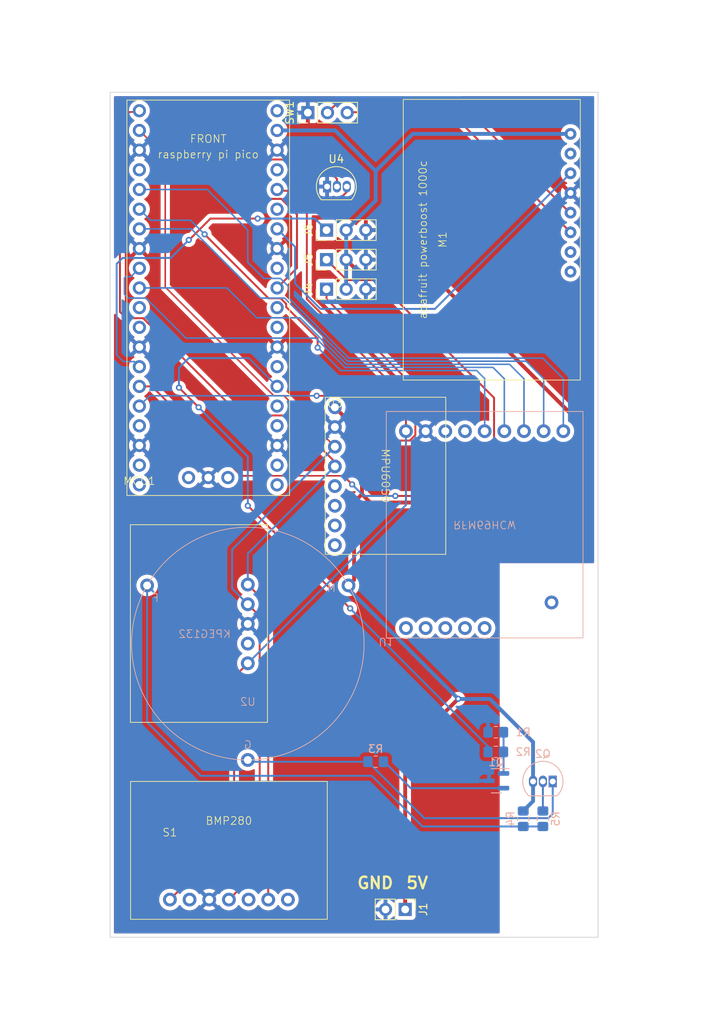
<source format=kicad_pcb>
(kicad_pcb (version 20221018) (generator pcbnew)
  (layers (0 "F.Cu" signal) (31 "B.Cu" signal) (34 "B.Paste" user) (35 "F.Paste" user) (36 "B.SilkS" user "B.Silkscreen") (37 "F.SilkS" user "F.Silkscreen") (38 "B.Mask" user) (39 "F.Mask" user) (44 "Edge.Cuts" user))
  (net 0 "")
  (net 1 "/SERVO/SERVO 1")
  (net 2 "+5V")
  (net 3 "GND")
  (net 4 "/SERVO/SERVO 2")
  (net 5 "/SERVO/SERVO 3")
  (net 8 "VS_PB")
  (net 9 "EN_PB")
  (net 10 "LBO_PB")
  (net 17 "MOSI")
  (net 18 "MISO")
  (net 19 "CS")
  (net 20 "SCK")
  (net 21 "RST")
  (net 23 "I2C0 SCL")
  (net 24 "I2C0 SDA")
  (net 29 "/buzzer")
  (net 33 "TMP1")
  (net 36 "+3V3")
  (net 41 "Net-(Q1-G)")
  (net 42 "Net-(Q1-S)")
  (net 43 "Net-(Q2-E)")
  (net 44 "Net-(Q2-B)")
  (net 45 "Net-(U2-F)")
  (footprint "Connector_PinHeader_2.54mm:PinHeader_1x03_P2.54mm_Vertical" (layer "F.Cu") (at 151.53 42.63 90)
    (fp_text reference "SW1" (at 0 -2.33 90) (layer "F.SilkS"))
    (fp_text value "SW_DPDT_x2")
    (fp_line (start -1.33 -1.33) (end 0 -1.33) (stroke (width 0.12)) (layer "F.SilkS"))
    (fp_line (start -1.33 0) (end -1.33 -1.33) (stroke (width 0.12)) (layer "F.SilkS"))
    (fp_line (start -1.33 1.27) (end -1.33 6.41) (stroke (width 0.12)) (layer "F.SilkS"))
    (fp_line (start -1.33 1.27) (end 1.33 1.27) (stroke (width 0.12)) (layer "F.SilkS"))
    (fp_line (start -1.33 6.41) (end 1.33 6.41) (stroke (width 0.12)) (layer "F.SilkS"))
    (fp_line (start 1.33 1.27) (end 1.33 6.41) (stroke (width 0.12)) (layer "F.SilkS"))
    (pad "1" thru_hole rect (at 0 0 90) (size 1.7 1.7) (drill 1) (layers "*.Cu" "*.Mask") (net 3 "GND"))
    (pad "2" thru_hole oval (at 0 2.54 90) (size 1.7 1.7) (drill 1) (layers "*.Cu" "*.Mask") (net 9 "EN_PB"))
    (pad "3" thru_hole oval (at 0 5.08 90) (size 1.7 1.7) (drill 1) (layers "*.Cu" "*.Mask") (net 8 "VS_PB"))
  )
  (footprint "Connector_PinHeader_2.54mm:PinHeader_1x03_P2.54mm_Vertical" (layer "F.Cu") (at 153.939999 61.59 90)
    (fp_text reference "J5" (at 0 -2.33 90) (layer "F.SilkS"))
    (fp_text value "Conn_01x03_Pin")
    (fp_line (start -1.33 -1.33) (end 0 -1.33) (stroke (width 0.12)) (layer "F.SilkS"))
    (fp_line (start -1.33 0) (end -1.33 -1.33) (stroke (width 0.12)) (layer "F.SilkS"))
    (fp_line (start -1.33 1.27) (end -1.33 6.41) (stroke (width 0.12)) (layer "F.SilkS"))
    (fp_line (start -1.33 1.27) (end 1.33 1.27) (stroke (width 0.12)) (layer "F.SilkS"))
    (fp_line (start -1.33 6.41) (end 1.33 6.41) (stroke (width 0.12)) (layer "F.SilkS"))
    (fp_line (start 1.33 1.27) (end 1.33 6.41) (stroke (width 0.12)) (layer "F.SilkS"))
    (pad "1" thru_hole rect (at 0 0 90) (size 1.7 1.7) (drill 1) (layers "*.Cu" "*.Mask") (net 4 "/SERVO/SERVO 2"))
    (pad "2" thru_hole oval (at 0 2.54 90) (size 1.7 1.7) (drill 1) (layers "*.Cu" "*.Mask") (net 2 "+5V"))
    (pad "3" thru_hole oval (at 0 5.08 90) (size 1.7 1.7) (drill 1) (layers "*.Cu" "*.Mask") (net 3 "GND"))
  )
  (footprint "Connector_PinHeader_2.54mm:PinHeader_1x02_P2.54mm_Vertical" (layer "F.Cu") (at 164.1 145.41 -90)
    (fp_text reference "J1" (at 0 -2.33 90) (layer "F.SilkS"))
    (fp_text value "Conn_01x02_Pin" hide)
    (fp_line (start -1.33 -1.33) (end 0 -1.33) (stroke (width 0.12)) (layer "F.SilkS"))
    (fp_line (start -1.33 0) (end -1.33 -1.33) (stroke (width 0.12)) (layer "F.SilkS"))
    (fp_line (start -1.33 1.27) (end -1.33 3.87) (stroke (width 0.12)) (layer "F.SilkS"))
    (fp_line (start -1.33 1.27) (end 1.33 1.27) (stroke (width 0.12)) (layer "F.SilkS"))
    (fp_line (start -1.33 3.87) (end 1.33 3.87) (stroke (width 0.12)) (layer "F.SilkS"))
    (fp_line (start 1.33 1.27) (end 1.33 3.87) (stroke (width 0.12)) (layer "F.SilkS"))
    (pad "1" thru_hole rect (at 0 0 270) (size 1.7 1.7) (drill 1) (layers "*.Cu" "*.Mask") (net 2 "+5V"))
    (pad "2" thru_hole oval (at 0 2.54 270) (size 1.7 1.7) (drill 1) (layers "*.Cu" "*.Mask") (net 3 "GND"))
  )
  (footprint "CanSat:raspberry pi pico" (layer "F.Cu") (at 129.78 90.64)
    (fp_text reference "MCU1" (at 0 -0.5 unlocked) (layer "F.SilkS") (effects (font (thickness 0.1))))
    (fp_text value "~")
    (fp_text user "raspberry pi pico" (at 8.89 -42.63 unlocked) (layer "F.SilkS") (effects (font (thickness 0.1))))
    (fp_text user "FRONT" (at 8.89 -44.63 unlocked) (layer "F.SilkS") (effects (font (thickness 0.1))))
    (fp_line (start -1.61 -49.63) (end 19.39 -49.63) (stroke (width 0.1)) (layer "F.SilkS"))
    (fp_line (start -1.61 1.37) (end -1.61 -49.63) (stroke (width 0.1)) (layer "F.SilkS"))
    (fp_line (start 19.39 -49.63) (end 19.39 1.37) (stroke (width 0.1)) (layer "F.SilkS"))
    (fp_line (start 19.39 1.37) (end -1.61 1.37) (stroke (width 0.1)) (layer "F.SilkS"))
    (pad "1" thru_hole circle (at 0 0) (size 1.7 1.7) (drill 1) (layers "*.Cu" "*.Mask"))
    (pad "2" thru_hole circle (at 0 -2.54) (size 1.7 1.7) (drill 1) (layers "*.Cu" "*.Mask"))
    (pad "3" thru_hole circle (at 0 -5.08) (size 1.7 1.7) (drill 1) (layers "*.Cu" "*.Mask") (net 3 "GND"))
    (pad "4" thru_hole circle (at 0 -7.62) (size 1.7 1.7) (drill 1) (layers "*.Cu" "*.Mask"))
    (pad "5" thru_hole circle (at 0 -10.16) (size 1.7 1.7) (drill 1) (layers "*.Cu" "*.Mask") (net 1 "/SERVO/SERVO 1"))
    (pad "6" thru_hole circle (at 0 -12.7) (size 1.7 1.7) (drill 1) (layers "*.Cu" "*.Mask") (net 4 "/SERVO/SERVO 2"))
    (pad "7" thru_hole circle (at 0 -15.24) (size 1.7 1.7) (drill 1) (layers "*.Cu" "*.Mask") (net 5 "/SERVO/SERVO 3"))
    (pad "8" thru_hole circle (at 0 -17.78) (size 1.7 1.7) (drill 1) (layers "*.Cu" "*.Mask") (net 3 "GND"))
    (pad "9" thru_hole circle (at 0 -20.32) (size 1.7 1.7) (drill 1) (layers "*.Cu" "*.Mask"))
    (pad "10" thru_hole circle (at 0 -22.86) (size 1.7 1.7) (drill 1) (layers "*.Cu" "*.Mask"))
    (pad "11" thru_hole circle (at 0 -25.4) (size 1.7 1.7) (drill 1) (layers "*.Cu" "*.Mask") (net 17 "MOSI"))
    (pad "12" thru_hole circle (at 0 -27.94) (size 1.7 1.7) (drill 1) (layers "*.Cu" "*.Mask") (net 18 "MISO"))
    (pad "13" thru_hole circle (at 0 -30.48) (size 1.7 1.7) (drill 1) (layers "*.Cu" "*.Mask") (net 3 "GND"))
    (pad "14" thru_hole circle (at 0 -33.02) (size 1.7 1.7) (drill 1) (layers "*.Cu" "*.Mask") (net 19 "CS"))
    (pad "15" thru_hole circle (at 0 -35.56) (size 1.7 1.7) (drill 1) (layers "*.Cu" "*.Mask") (net 20 "SCK"))
    (pad "16" thru_hole circle (at 0 -38.1) (size 1.7 1.7) (drill 1) (layers "*.Cu" "*.Mask") (net 21 "RST"))
    (pad "17" thru_hole circle (at 0 -40.64) (size 1.7 1.7) (drill 1) (layers "*.Cu" "*.Mask"))
    (pad "18" thru_hole circle (at 0 -43.18) (size 1.7 1.7) (drill 1) (layers "*.Cu" "*.Mask") (net 3 "GND"))
    (pad "19" thru_hole circle (at 0 -45.72) (size 1.7 1.7) (drill 1) (layers "*.Cu" "*.Mask") (net 23 "I2C0 SCL"))
    (pad "20" thru_hole circle (at 0 -48.26) (size 1.7 1.7) (drill 1) (layers "*.Cu" "*.Mask") (net 24 "I2C0 SDA"))
    (pad "21" thru_hole circle (at 17.78 0) (size 1.7 1.7) (drill 1) (layers "*.Cu" "*.Mask"))
    (pad "22" thru_hole circle (at 17.78 -2.54) (size 1.7 1.7) (drill 1) (layers "*.Cu" "*.Mask"))
    (pad "23" thru_hole circle (at 17.78 -5.08) (size 1.7 1.7) (drill 1) (layers "*.Cu" "*.Mask") (net 3 "GND"))
    (pad "24" thru_hole circle (at 17.78 -7.62) (size 1.7 1.7) (drill 1) (layers "*.Cu" "*.Mask"))
    (pad "25" thru_hole circle (at 17.78 -10.16) (size 1.7 1.7) (drill 1) (layers "*.Cu" "*.Mask"))
    (pad "26" thru_hole circle (at 17.78 -12.7) (size 1.7 1.7) (drill 1) (layers "*.Cu" "*.Mask") (net 29 "/buzzer"))
    (pad "27" thru_hole circle (at 17.78 -15.24) (size 1.7 1.7) (drill 1) (layers "*.Cu" "*.Mask"))
    (pad "28" thru_hole circle (at 17.78 -17.78) (size 1.7 1.7) (drill 1) (layers "*.Cu" "*.Mask") (net 3 "GND"))
    (pad "29" thru_hole circle (at 17.78 -20.32) (size 1.7 1.7) (drill 1) (layers "*.Cu" "*.Mask"))
    (pad "30" thru_hole circle (at 17.78 -22.86) (size 1.7 1.7) (drill 1) (layers "*.Cu" "*.Mask"))
    (pad "31" thru_hole circle (at 17.78 -25.4) (size 1.7 1.7) (drill 1) (layers "*.Cu" "*.Mask") (net 33 "TMP1"))
    (pad "32" thru_hole circle (at 17.78 -27.94) (size 1.7 1.7) (drill 1) (layers "*.Cu" "*.Mask"))
    (pad "33" thru_hole circle (at 17.78 -30.48) (size 1.7 1.7) (drill 1) (layers "*.Cu" "*.Mask") (net 3 "GND"))
    (pad "34" thru_hole circle (at 17.78 -33.02) (size 1.7 1.7) (drill 1) (layers "*.Cu" "*.Mask") (net 10 "LBO_PB"))
    (pad "35" thru_hole circle (at 17.78 -35.56) (size 1.7 1.7) (drill 1) (layers "*.Cu" "*.Mask"))
    (pad "36" thru_hole circle (at 17.78 -38.1) (size 1.7 1.7) (drill 1) (layers "*.Cu" "*.Mask") (net 36 "+3V3"))
    (pad "37" thru_hole circle (at 17.78 -40.64) (size 1.7 1.7) (drill 1) (layers "*.Cu" "*.Mask"))
    (pad "38" thru_hole circle (at 17.78 -43.18) (size 1.7 1.7) (drill 1) (layers "*.Cu" "*.Mask") (net 3 "GND"))
    (pad "39" thru_hole circle (at 17.78 -45.72) (size 1.7 1.7) (drill 1) (layers "*.Cu" "*.Mask") (net 2 "+5V"))
    (pad "40" thru_hole circle (at 17.78 -48.26) (size 1.7 1.7) (drill 1) (layers "*.Cu" "*.Mask"))
    (pad "41" thru_hole circle (at 6.35 -0.94) (size 1.7 1.7) (drill 1) (layers "*.Cu" "*.Mask"))
    (pad "42" thru_hole circle (at 8.89 -0.94) (size 1.7 1.7) (drill 1) (layers "*.Cu" "*.Mask") (net 3 "GND"))
    (pad "43" thru_hole circle (at 11.43 -0.94) (size 1.7 1.7) (drill 1) (layers "*.Cu" "*.Mask"))
  )
  (footprint "CanSat:SGP30" (layer "F.Cu") (at 143.78 113.66 90)
    (fp_text reference "U5" hide)
    (fp_text value "SGP30" hide)
    (fp_rect (start -7.62 2.54) (end 17.88 -15.16) (stroke (width 0.1)) (fill none) (layer "F.SilkS"))
    (pad "1" thru_hole circle (at 0 0 90) (size 1.778 1.778) (drill 1.016) (layers "*.Cu" "*.Mask") (net 36 "+3V3"))
    (pad "2" thru_hole circle (at 2.54 0 90) (size 1.778 1.778) (drill 1.016) (layers "*.Cu" "*.Mask"))
    (pad "3" thru_hole circle (at 5.08 0 90) (size 1.778 1.778) (drill 1.016) (layers "*.Cu" "*.Mask") (net 3 "GND"))
    (pad "4" thru_hole circle (at 7.62 0 90) (size 1.778 1.778) (drill 1.016) (layers "*.Cu" "*.Mask") (net 23 "I2C0 SCL"))
    (pad "5" thru_hole circle (at 10.16 0 90) (size 1.778 1.778) (drill 1.016) (layers "*.Cu" "*.Mask") (net 24 "I2C0 SDA"))
  )
  (footprint "CanSat:MPU6050" (layer "F.Cu") (at 155.020865 80.64)
    (fp_text reference "U3" (at 0 -0.5 unlocked) (layer "F.SilkS") (effects (font (thickness 0.1))))
    (fp_text value "MPU6050")
    (fp_text user "MPU6050" (at 6.539135 8.83185 -90 unlocked) (layer "F.SilkS") (effects (font (thickness 0.1))))
    (fp_rect (start -1.240925 -1.299075) (end 14.319195 18.962775) (stroke (width 0.1)) (fill none) (layer "F.SilkS"))
    (pad "1" thru_hole circle (at 0 0) (size 1.778 1.778) (drill 1.016) (layers "*.Cu" "*.Mask") (net 2 "+5V"))
    (pad "2" thru_hole circle (at 0 2.54) (size 1.778 1.778) (drill 1.016) (layers "*.Cu" "*.Mask") (net 3 "GND"))
    (pad "3" thru_hole circle (at 0 5.08) (size 1.778 1.778) (drill 1.016) (layers "*.Cu" "*.Mask") (net 23 "I2C0 SCL"))
    (pad "4" thru_hole circle (at 0 7.62) (size 1.778 1.778) (drill 1.016) (layers "*.Cu" "*.Mask") (net 24 "I2C0 SDA"))
    (pad "5" thru_hole circle (at 0 10.16) (size 1.778 1.778) (drill 1.016) (layers "*.Cu" "*.Mask"))
    (pad "6" thru_hole circle (at 0 12.7) (size 1.778 1.778) (drill 1.016) (layers "*.Cu" "*.Mask"))
    (pad "7" thru_hole circle (at 0 15.24) (size 1.778 1.778) (drill 1.016) (layers "*.Cu" "*.Mask"))
    (pad "8" thru_hole circle (at 0 17.78) (size 1.778 1.778) (drill 1.016) (layers "*.Cu" "*.Mask"))
  )
  (footprint "CanSat:BMP280" (layer "F.Cu") (at 128.64 128.9)
    (fp_text reference "S1" (at 5.08 6.58 unlocked) (layer "F.SilkS") (effects (font (thickness 0.1))))
    (fp_text value "~")
    (fp_text user "BMP280" (at 12.7 5.08 unlocked) (layer "F.SilkS") (effects (font (thickness 0.1))))
    (fp_rect (start 0 0) (end 25.4 17.78) (stroke (width 0.1)) (fill none) (layer "F.SilkS"))
    (pad "1" thru_hole circle (at 5.08 15.24) (size 1.778 1.778) (drill 1.016) (layers "*.Cu" "*.Mask") (net 36 "+3V3"))
    (pad "2" thru_hole circle (at 7.62 15.24) (size 1.778 1.778) (drill 1.016) (layers "*.Cu" "*.Mask"))
    (pad "3" thru_hole circle (at 10.16 15.24) (size 1.778 1.778) (drill 1.016) (layers "*.Cu" "*.Mask") (net 3 "GND"))
    (pad "4" thru_hole circle (at 12.7 15.24) (size 1.778 1.778) (drill 1.016) (layers "*.Cu" "*.Mask") (net 23 "I2C0 SCL"))
    (pad "5" thru_hole circle (at 15.24 15.24) (size 1.778 1.778) (drill 1.016) (layers "*.Cu" "*.Mask"))
    (pad "6" thru_hole circle (at 17.78 15.24) (size 1.778 1.778) (drill 1.016) (layers "*.Cu" "*.Mask") (net 24 "I2C0 SDA"))
    (pad "7" thru_hole circle (at 20.32 15.24) (size 1.778 1.778) (drill 1.016) (layers "*.Cu" "*.Mask"))
  )
  (footprint "CanSat:PowerBoost" (layer "F.Cu") (at 163.851 77.121 90)
    (fp_text reference "M1" (at 18.1 5.08 90 unlocked) (layer "F.SilkS") (effects (font (thickness 0.1))))
    (fp_text value "~")
    (fp_text user "adafruit powerboost 1000c" (at 18.1 2.54 90 unlocked) (layer "F.SilkS") (effects (font (thickness 0.1))))
    (fp_rect (start 0 0) (end 36.2 22.86) (stroke (width 0.1)) (fill none) (layer "F.SilkS"))
    (pad "1" thru_hole circle (at 13.973 21.593 90) (size 1.524 1.524) (drill 0.762) (layers "*.Cu" "*.Mask"))
    (pad "2" thru_hole circle (at 16.513 21.593 90) (size 1.524 1.524) (drill 0.762) (layers "*.Cu" "*.Mask"))
    (pad "3" thru_hole circle (at 19.053 21.593 90) (size 1.524 1.524) (drill 0.762) (layers "*.Cu" "*.Mask") (net 8 "VS_PB"))
    (pad "4" thru_hole circle (at 21.593 21.593 90) (size 1.524 1.524) (drill 0.762) (layers "*.Cu" "*.Mask") (net 9 "EN_PB"))
    (pad "5" thru_hole circle (at 24.133 21.593 90) (size 1.524 1.524) (drill 0.762) (layers "*.Cu" "*.Mask") (net 3 "GND"))
    (pad "6" thru_hole circle (at 26.673 21.593 90) (size 1.524 1.524) (drill 0.762) (layers "*.Cu" "*.Mask") (net 10 "LBO_PB"))
    (pad "7" thru_hole circle (at 29.213 21.593 90) (size 1.524 1.524) (drill 0.762) (layers "*.Cu" "*.Mask"))
    (pad "8" thru_hole circle (at 31.753 21.593 90) (size 1.524 1.524) (drill 0.762) (layers "*.Cu" "*.Mask") (net 2 "+5V"))
  )
  (footprint "Connector_PinHeader_2.54mm:PinHeader_1x03_P2.54mm_Vertical" (layer "F.Cu") (at 153.94 57.78 90)
    (fp_text reference "J6" (at 0 -2.33 90) (layer "F.SilkS"))
    (fp_text value "Conn_01x03_Pin")
    (fp_line (start -1.33 -1.33) (end 0 -1.33) (stroke (width 0.12)) (layer "F.SilkS"))
    (fp_line (start -1.33 0) (end -1.33 -1.33) (stroke (width 0.12)) (layer "F.SilkS"))
    (fp_line (start -1.33 1.27) (end -1.33 6.41) (stroke (width 0.12)) (layer "F.SilkS"))
    (fp_line (start -1.33 1.27) (end 1.33 1.27) (stroke (width 0.12)) (layer "F.SilkS"))
    (fp_line (start -1.33 6.41) (end 1.33 6.41) (stroke (width 0.12)) (layer "F.SilkS"))
    (fp_line (start 1.33 1.27) (end 1.33 6.41) (stroke (width 0.12)) (layer "F.SilkS"))
    (pad "1" thru_hole rect (at 0 0 90) (size 1.7 1.7) (drill 1) (layers "*.Cu" "*.Mask") (net 5 "/SERVO/SERVO 3"))
    (pad "2" thru_hole oval (at 0 2.54 90) (size 1.7 1.7) (drill 1) (layers "*.Cu" "*.Mask") (net 2 "+5V"))
    (pad "3" thru_hole oval (at 0 5.08 90) (size 1.7 1.7) (drill 1) (layers "*.Cu" "*.Mask") (net 3 "GND"))
  )
  (footprint "Connector_PinHeader_2.54mm:PinHeader_1x03_P2.54mm_Vertical" (layer "F.Cu") (at 153.939999 65.4 90)
    (fp_text reference "J4" (at 0 -2.33 90) (layer "F.SilkS"))
    (fp_text value "Conn_01x03_Pin")
    (fp_line (start -1.33 -1.33) (end 0 -1.33) (stroke (width 0.12)) (layer "F.SilkS"))
    (fp_line (start -1.33 0) (end -1.33 -1.33) (stroke (width 0.12)) (layer "F.SilkS"))
    (fp_line (start -1.33 1.27) (end -1.33 6.41) (stroke (width 0.12)) (layer "F.SilkS"))
    (fp_line (start -1.33 1.27) (end 1.33 1.27) (stroke (width 0.12)) (layer "F.SilkS"))
    (fp_line (start -1.33 6.41) (end 1.33 6.41) (stroke (width 0.12)) (layer "F.SilkS"))
    (fp_line (start 1.33 1.27) (end 1.33 6.41) (stroke (width 0.12)) (layer "F.SilkS"))
    (pad "1" thru_hole rect (at 0 0 90) (size 1.7 1.7) (drill 1) (layers "*.Cu" "*.Mask") (net 1 "/SERVO/SERVO 1"))
    (pad "2" thru_hole oval (at 0 2.54 90) (size 1.7 1.7) (drill 1) (layers "*.Cu" "*.Mask") (net 2 "+5V"))
    (pad "3" thru_hole oval (at 0 5.08 90) (size 1.7 1.7) (drill 1) (layers "*.Cu" "*.Mask") (net 3 "GND"))
  )
  (footprint "Package_TO_SOT_THT:TO-92L_Inline" (layer "F.Cu") (at 154.018 52.168)
    (fp_text reference "U4" (at 1.19 -3.56) (layer "F.SilkS"))
    (fp_text value "~" hide)
    (fp_line (start -0.75 1.7) (end 3.1 1.7) (stroke (width 0.12)) (layer "F.SilkS"))
    (fp_arc (start -0.75 1.7) (mid 1.183448 -2.579449) (end 3.138611 1.690122) (stroke (width 0.12)) (layer "F.SilkS"))
    (pad "1" thru_hole rect (at 0 0) (size 1.05 1.5) (drill 0.75) (layers "*.Cu" "*.Mask") (net 3 "GND"))
    (pad "2" thru_hole oval (at 1.27 0) (size 1.05 1.5) (drill 0.75) (layers "*.Cu" "*.Mask") (net 33 "TMP1"))
    (pad "3" thru_hole oval (at 2.54 0) (size 1.05 1.5) (drill 0.75) (layers "*.Cu" "*.Mask") (net 36 "+3V3"))
  )
  (footprint "Resistor_SMD:R_0805_2012Metric_Pad1.20x1.40mm_HandSolder" (layer "B.Cu") (at 181.88 133.71 90)
    (fp_text reference "R5" (at 0 1.65 90) (layer "B.SilkS") (effects (justify mirror)))
    (fp_text value "22K")
    (fp_line (start -0.227064 -0.735) (end 0.227064 -0.735) (stroke (width 0.12)) (layer "B.SilkS"))
    (fp_line (start -0.227064 0.735) (end 0.227064 0.735) (stroke (width 0.12)) (layer "B.SilkS"))
    (pad "1" smd roundrect (at -1 0 90) (size 1.2 1.4) (layers "B.Cu" "B.Paste" "B.Mask") (roundrect_rratio 0.2083333333) (net 45 "Net-(U2-F)"))
    (pad "2" smd roundrect (at 1 0 90) (size 1.2 1.4) (layers "B.Cu" "B.Paste" "B.Mask") (roundrect_rratio 0.2083333333) (net 44 "Net-(Q2-B)"))
  )
  (footprint "Resistor_SMD:R_0805_2012Metric_Pad1.20x1.40mm_HandSolder" (layer "B.Cu") (at 175.8 125.09 180)
    (fp_text reference "R2" (at -3.54 0) (layer "B.SilkS") (effects (justify mirror)))
    (fp_text value "1K")
    (fp_line (start -0.227064 -0.735) (end 0.227064 -0.735) (stroke (width 0.12)) (layer "B.SilkS"))
    (fp_line (start -0.227064 0.735) (end 0.227064 0.735) (stroke (width 0.12)) (layer "B.SilkS"))
    (pad "1" smd roundrect (at -1 0 180) (size 1.2 1.4) (layers "B.Cu" "B.Paste" "B.Mask") (roundrect_rratio 0.2083333333) (net 41 "Net-(Q1-G)"))
    (pad "2" smd roundrect (at 1 0 180) (size 1.2 1.4) (layers "B.Cu" "B.Paste" "B.Mask") (roundrect_rratio 0.2083333333) (net 29 "/buzzer"))
  )
  (footprint "CanSat:KPEG132" (layer "B.Cu") (at 143.78 111.12 180)
    (fp_text reference "U2" (at 0 -7.505533 unlocked) (layer "B.SilkS") (effects (font (thickness 0.1)) (justify mirror)))
    (fp_text value "~")
    (fp_text user "M" (at -11.43 6.578904 unlocked) (layer "B.SilkS") (effects (font (thickness 0.1)) (justify left bottom mirror)))
    (fp_text user "KPEG132" (at 5.58 1.236 unlocked) (layer "B.SilkS") (effects (font (thickness 0.1)) (justify mirror)))
    (fp_text user "F" (at 11.43 5.308904 unlocked) (layer "B.SilkS") (effects (font (thickness 0.1)) (justify left bottom mirror)))
    (fp_text user "G" (at 0 -12.471096 unlocked) (layer "B.SilkS") (effects (font (thickness 0.1)) (justify top mirror)))
    (fp_circle (center 0 0) (end 13 7.505533) (stroke (width 0.1)) (fill none) (layer "B.SilkS"))
    (pad "1" thru_hole circle (at 13 7.505533) (size 1.778 1.778) (drill 1.016) (layers "*.Cu" "*.Mask") (net 45 "Net-(U2-F)"))
    (pad "2" thru_hole circle (at -13 7.505533) (size 1.778 1.778) (drill 1.016) (layers "*.Cu" "*.Mask") (net 2 "+5V"))
    (pad "3" thru_hole circle (at 0 -15.011067) (size 1.778 1.778) (drill 1.016) (layers "*.Cu" "*.Mask") (net 43 "Net-(Q2-E)"))
  )
  (footprint "CanSat:RFM69HCW" (layer "B.Cu") (at 161.66 110.385)
    (fp_text reference "U1" (at 0 0.5 180 unlocked) (layer "B.SilkS") (effects (font (thickness 0.1)) (justify mirror)))
    (fp_text value "~")
    (fp_text user "RFM69HCW" (at 12.7 -14.605 180 unlocked) (layer "B.SilkS") (effects (font (thickness 0.1)) (justify mirror)))
    (fp_rect (start 0 0) (end 25.4 -29.21) (stroke (width 0.1)) (fill none) (layer "B.SilkS"))
    (pad "1" thru_hole circle (at 2.54 -26.67) (size 1.778 1.778) (drill 1.016) (layers "*.Cu" "*.Mask") (net 36 "+3V3"))
    (pad "2" thru_hole circle (at 5.08 -26.67) (size 1.778 1.778) (drill 1.016) (layers "*.Cu" "*.Mask") (net 3 "GND"))
    (pad "3" thru_hole circle (at 7.62 -26.67) (size 1.778 1.778) (drill 1.016) (layers "*.Cu" "*.Mask"))
    (pad "4" thru_hole circle (at 10.16 -26.67) (size 1.778 1.778) (drill 1.016) (layers "*.Cu" "*.Mask"))
    (pad "5" thru_hole circle (at 12.7 -26.67) (size 1.778 1.778) (drill 1.016) (layers "*.Cu" "*.Mask") (net 20 "SCK"))
    (pad "6" thru_hole circle (at 15.24 -26.67) (size 1.778 1.778) (drill 1.016) (layers "*.Cu" "*.Mask") (net 18 "MISO"))
    (pad "7" thru_hole circle (at 17.78 -26.67) (size 1.778 1.778) (drill 1.016) (layers "*.Cu" "*.Mask") (net 17 "MOSI"))
    (pad "8" thru_hole circle (at 20.32 -26.67) (size 1.778 1.778) (drill 1.016) (layers "*.Cu" "*.Mask") (net 19 "CS"))
    (pad "9" thru_hole circle (at 22.86 -26.67) (size 1.778 1.778) (drill 1.016) (layers "*.Cu" "*.Mask") (net 21 "RST"))
    (pad "10" thru_hole circle (at 2.54 -1.27) (size 1.778 1.778) (drill 1.016) (layers "*.Cu" "*.Mask"))
    (pad "11" thru_hole circle (at 5.08 -1.27) (size 1.778 1.778) (drill 1.016) (layers "*.Cu" "*.Mask"))
    (pad "12" thru_hole circle (at 7.62 -1.27) (size 1.778 1.778) (drill 1.016) (layers "*.Cu" "*.Mask"))
    (pad "13" thru_hole circle (at 10.16 -1.27) (size 1.778 1.778) (drill 1.016) (layers "*.Cu" "*.Mask"))
    (pad "14" thru_hole circle (at 12.7 -1.27) (size 1.778 1.778) (drill 1.016) (layers "*.Cu" "*.Mask"))
    (pad "15" thru_hole circle (at 21.336 -4.572) (size 1.778 1.778) (drill 1.016) (layers "*.Cu" "*.Mask"))
  )
  (footprint "Package_TO_SOT_THT:TO-92_Inline" (layer "B.Cu") (at 183.15 128.9 180)
    (fp_text reference "Q2" (at 1.27 3.56) (layer "B.SilkS") (effects (justify mirror)))
    (fp_text value "2N3904")
    (fp_line (start -0.53 -1.85) (end 3.07 -1.85) (stroke (width 0.12)) (layer "B.SilkS"))
    (fp_arc (start 1.27 2.6) (mid -1.132087 0.994977) (end -0.568478 -1.838478) (stroke (width 0.12)) (layer "B.SilkS"))
    (fp_arc (start 3.108478 -1.838478) (mid 3.672087 0.994977) (end 1.27 2.6) (stroke (width 0.12)) (layer "B.SilkS"))
    (pad "1" thru_hole rect (at 0 0 180) (size 1.05 1.5) (drill 0.75) (layers "*.Cu" "*.Mask") (net 43 "Net-(Q2-E)"))
    (pad "2" thru_hole oval (at 1.27 0 180) (size 1.05 1.5) (drill 0.75) (layers "*.Cu" "*.Mask") (net 44 "Net-(Q2-B)"))
    (pad "3" thru_hole oval (at 2.54 0 180) (size 1.05 1.5) (drill 0.75) (layers "*.Cu" "*.Mask") (net 2 "+5V"))
  )
  (footprint "Package_TO_SOT_SMD:SOT-23" (layer "B.Cu") (at 175.8625 128.815 180)
    (fp_text reference "Q1" (at 0 2.4) (layer "B.SilkS") (effects (justify mirror)))
    (fp_text value "AO3400A")
    (fp_line (start 0 -1.56) (end -0.65 -1.56) (stroke (width 0.12)) (layer "B.SilkS"))
    (fp_line (start 0 -1.56) (end 0.65 -1.56) (stroke (width 0.12)) (layer "B.SilkS"))
    (fp_line (start 0 1.56) (end -1.675 1.56) (stroke (width 0.12)) (layer "B.SilkS"))
    (fp_line (start 0 1.56) (end 0.65 1.56) (stroke (width 0.12)) (layer "B.SilkS"))
    (pad "1" smd roundrect (at -0.9375 0.95 180) (size 1.475 0.6) (layers "B.Cu" "B.Paste" "B.Mask") (net 41 "Net-(Q1-G)"))
    (pad "2" smd roundrect (at -0.9375 -0.95 180) (size 1.475 0.6) (layers "B.Cu" "B.Paste" "B.Mask") (net 42 "Net-(Q1-S)"))
    (pad "3" smd roundrect (at 0.9375 0 180) (size 1.475 0.6) (layers "B.Cu" "B.Paste" "B.Mask") (net 3 "GND"))
  )
  (footprint "Resistor_SMD:R_0805_2012Metric_Pad1.20x1.40mm_HandSolder" (layer "B.Cu") (at 160.29 126.36 180)
    (fp_text reference "R3" (at 0 1.65) (layer "B.SilkS") (effects (justify mirror)))
    (fp_text value "1K")
    (fp_line (start -0.227064 -0.735) (end 0.227064 -0.735) (stroke (width 0.12)) (layer "B.SilkS"))
    (fp_line (start -0.227064 0.735) (end 0.227064 0.735) (stroke (width 0.12)) (layer "B.SilkS"))
    (pad "1" smd roundrect (at -1 0 180) (size 1.2 1.4) (layers "B.Cu" "B.Paste" "B.Mask") (roundrect_rratio 0.2083333333) (net 42 "Net-(Q1-S)"))
    (pad "2" smd roundrect (at 1 0 180) (size 1.2 1.4) (layers "B.Cu" "B.Paste" "B.Mask") (roundrect_rratio 0.2083333333) (net 43 "Net-(Q2-E)"))
  )
  (footprint "Resistor_SMD:R_0805_2012Metric_Pad1.20x1.40mm_HandSolder" (layer "B.Cu") (at 179.34 133.71 -90)
    (fp_text reference "R4" (at 0 1.65 90) (layer "B.SilkS") (effects (justify mirror)))
    (fp_text value "100K")
    (fp_line (start -0.227064 -0.735) (end 0.227064 -0.735) (stroke (width 0.12)) (layer "B.SilkS"))
    (fp_line (start -0.227064 0.735) (end 0.227064 0.735) (stroke (width 0.12)) (layer "B.SilkS"))
    (pad "1" smd roundrect (at -1 0 270) (size 1.2 1.4) (layers "B.Cu" "B.Paste" "B.Mask") (roundrect_rratio 0.2083333333) (net 2 "+5V"))
    (pad "2" smd roundrect (at 1 0 270) (size 1.2 1.4) (layers "B.Cu" "B.Paste" "B.Mask") (roundrect_rratio 0.2083333333) (net 45 "Net-(U2-F)"))
  )
  (footprint "Resistor_SMD:R_0805_2012Metric_Pad1.20x1.40mm_HandSolder" (layer "B.Cu") (at 175.8 122.55)
    (fp_text reference "R1" (at 3.54 0) (layer "B.SilkS") (effects (justify mirror)))
    (fp_text value "100K")
    (fp_line (start -0.227064 -0.735) (end 0.227064 -0.735) (stroke (width 0.12)) (layer "B.SilkS"))
    (fp_line (start -0.227064 0.735) (end 0.227064 0.735) (stroke (width 0.12)) (layer "B.SilkS"))
    (pad "1" smd roundrect (at -1 0) (size 1.2 1.4) (layers "B.Cu" "B.Paste" "B.Mask") (roundrect_rratio 0.2083333333) (net 3 "GND"))
    (pad "2" smd roundrect (at 1 0) (size 1.2 1.4) (layers "B.Cu" "B.Paste" "B.Mask") (roundrect_rratio 0.2083333333) (net 41 "Net-(Q1-G)"))
  )
  (gr_line (start 126 149) (end 189 149) (stroke (width 0.1)) (layer "Edge.Cuts"))
  (gr_line (start 126 40) (end 126 149) (stroke (width 0.1)) (layer "Edge.Cuts"))
  (gr_line (start 189 40) (end 126 40) (stroke (width 0.1)) (layer "Edge.Cuts"))
  (gr_line (start 189 149) (end 189 40) (stroke (width 0.1)) (layer "Edge.Cuts"))
  (gr_text "GND" (at 157.75 142.87) (layer "F.SilkS") (effects (font (size 1.5 1.5) (thickness 0.3) bold) (justify left bottom)))
  (gr_text "5V" (at 164.1 142.87) (layer "F.SilkS") (effects (font (size 1.5 1.5) (thickness 0.3) bold) (justify left bottom)))
  (segment (start 165.414 84.217856) (end 165.414 78.144) (width 0.25) (layer "F.Cu") (net 1))
  (segment (start 153.939999 66.669999) (end 153.939999 65.4) (width 0.25) (layer "F.Cu") (net 1))
  (segment (start 152.67 79.15) (end 156.26 79.15) (width 0.25) (layer "F.Cu") (net 1))
  (segment (start 165.414 78.144) (end 153.939999 66.669999) (width 0.25) (layer "F.Cu") (net 1))
  (segment (start 164.702856 84.929) (end 165.414 84.217856) (width 0.25) (layer "F.Cu") (net 1))
  (segment (start 156.26 79.15) (end 162.039 84.929) (width 0.25) (layer "F.Cu") (net 1))
  (segment (start 162.039 84.929) (end 164.702856 84.929) (width 0.25) (layer "F.Cu") (net 1))
  (via (at 152.67 79.15) (size 0.8) (drill 0.4) (layers "F.Cu" "B.Cu") (net 1))
  (segment (start 131.11 79.15) (end 129.78 80.48) (width 0.2) (layer "B.Cu") (net 1))
  (segment (start 152.67 79.15) (end 131.11 79.15) (width 0.2) (layer "B.Cu") (net 1))
  (segment (start 157.504 102.890467) (end 156.78 103.614467) (width 0.5) (layer "F.Cu") (net 2))
  (segment (start 167.658 63.65) (end 158.539999 63.65) (width 0.5) (layer "F.Cu") (net 2))
  (segment (start 178.532 92.92) (end 186.714 84.738) (width 0.5) (layer "F.Cu") (net 2))
  (segment (start 157.504 92.866) (end 157.504 102.890467) (width 0.5) (layer "F.Cu") (net 2))
  (segment (start 170.945 118.245) (end 164.1 125.09) (width 0.5) (layer "F.Cu") (net 2))
  (segment (start 158.539999 63.65) (end 156.479999 61.59) (width 0.5) (layer "F.Cu") (net 2))
  (segment (start 186.714 84.738) (end 186.714 82.706) (width 0.5) (layer "F.Cu") (net 2))
  (segment (start 158.52 84.139135) (end 158.52 91.85) (width 0.5) (layer "F.Cu") (net 2))
  (segment (start 159.59 92.92) (end 178.532 92.92) (width 0.5) (layer "F.Cu") (net 2))
  (segment (start 164.1 125.09) (end 164.1 145.41) (width 0.5) (layer "F.Cu") (net 2))
  (segment (start 158.52 91.85) (end 157.504 92.866) (width 0.5) (layer "F.Cu") (net 2))
  (segment (start 186.714 82.706) (end 167.658 63.65) (width 0.5) (layer "F.Cu") (net 2))
  (segment (start 158.52 91.85) (end 159.59 92.92) (width 0.5) (layer "F.Cu") (net 2))
  (segment (start 155.020865 80.64) (end 158.52 84.139135) (width 0.5) (layer "F.Cu") (net 2))
  (via (at 170.945 118.245) (size 0.8) (drill 0.4) (layers "F.Cu" "B.Cu") (net 2))
  (segment (start 160.29 53.97) (end 160.29 50.16) (width 0.5) (layer "B.Cu") (net 2))
  (segment (start 175.056 118.266) (end 180.61 123.82) (width 0.5) (layer "B.Cu") (net 2))
  (segment (start 170.945 118.245) (end 170.966 118.266) (width 0.5) (layer "B.Cu") (net 2))
  (segment (start 180.61 131.44) (end 179.34 132.71) (width 0.5) (layer "B.Cu") (net 2))
  (segment (start 155.05 44.92) (end 147.56 44.92) (width 0.5) (layer "B.Cu") (net 2))
  (segment (start 180.61 123.82) (end 180.61 128.9) (width 0.5) (layer "B.Cu") (net 2))
  (segment (start 170.945 118.245) (end 156.78 104.08) (width 0.5) (layer "B.Cu") (net 2))
  (segment (start 156.78 104.08) (end 156.78 103.614467) (width 0.5) (layer "B.Cu") (net 2))
  (segment (start 160.29 50.16) (end 165.082 45.368) (width 0.5) (layer "B.Cu") (net 2))
  (segment (start 156.479999 65.4) (end 156.48 57.78) (width 0.5) (layer "B.Cu") (net 2))
  (segment (start 165.082 45.368) (end 185.444 45.368) (width 0.5) (layer "B.Cu") (net 2))
  (segment (start 160.29 50.16) (end 155.05 44.92) (width 0.5) (layer "B.Cu") (net 2))
  (segment (start 180.61 128.9) (end 180.61 131.44) (width 0.5) (layer "B.Cu") (net 2))
  (segment (start 156.48 57.78) (end 160.29 53.97) (width 0.5) (layer "B.Cu") (net 2))
  (segment (start 170.966 118.266) (end 175.056 118.266) (width 0.5) (layer "B.Cu") (net 2))
  (segment (start 175.574 85.676) (end 169.18 92.07) (width 0.25) (layer "F.Cu") (net 4))
  (segment (start 153.939999 61.59) (end 156.574999 64.225) (width 0.25) (layer "F.Cu") (net 4))
  (segment (start 157.25 90.58) (end 156.144 89.474) (width 0.25) (layer "F.Cu") (net 4))
  (segment (start 160.385 64.225) (end 175.574 79.414) (width 0.25) (layer "F.Cu") (net 4))
  (segment (start 142.936 89.474) (end 131.402 77.94) (width 0.25) (layer "F.Cu") (net 4))
  (segment (start 131.402 77.94) (end 129.78 77.94) (width 0.25) (layer "F.Cu") (net 4))
  (segment (start 156.574999 64.225) (end 160.385 64.225) (width 0.25) (layer "F.Cu") (net 4))
  (segment (start 175.574 79.414) (end 175.574 85.676) (width 0.25) (layer "F.Cu") (net 4))
  (segment (start 156.144 89.474) (end 143.724 89.474) (width 0.2) (layer "F.Cu") (net 4))
  (segment (start 169.18 92.07) (end 162.83 92.07) (width 0.25) (layer "F.Cu") (net 4))
  (segment (start 143.724 89.474) (end 142.936 89.474) (width 0.25) (layer "F.Cu") (net 4))
  (via (at 162.83 92.07) (size 0.8) (drill 0.4) (layers "F.Cu" "B.Cu") (net 4))
  (via (at 157.25 90.58) (size 0.8) (drill 0.4) (layers "F.Cu" "B.Cu") (net 4))
  (segment (start 157.25 90.58) (end 158.74 92.07) (width 0.25) (layer "B.Cu") (net 4))
  (segment (start 158.74 92.07) (end 162.83 92.07) (width 0.25) (layer "B.Cu") (net 4))
  (segment (start 145.058 56.29) (end 138.962 56.29) (width 0.25) (layer "F.Cu") (net 5))
  (segment (start 136.202 59.05) (end 136.16 59.05) (width 0.25) (layer "F.Cu") (net 5))
  (segment (start 138.962 56.29) (end 136.202 59.05) (width 0.25) (layer "F.Cu") (net 5))
  (via (at 136.16 59.05) (size 0.8) (drill 0.4) (layers "F.Cu" "B.Cu") (net 5))
  (via (at 145.058 56.29) (size 0.8) (drill 0.4) (layers "F.Cu" "B.Cu") (net 5))
  (segment (start 152.45 56.29) (end 153.94 57.78) (width 0.25) (layer "B.Cu") (net 5))
  (segment (start 127.615 61.37) (end 126.845 62.14) (width 0.25) (layer "B.Cu") (net 5))
  (segment (start 129.12 74.74) (end 129.78 75.4) (width 0.2) (layer "B.Cu") (net 5))
  (segment (start 136.16 59.05) (end 133.84 61.37) (width 0.25) (layer "B.Cu") (net 5))
  (segment (start 127.72 74.74) (end 129.12 74.74) (width 0.2) (layer "B.Cu") (net 5))
  (segment (start 133.84 61.37) (end 127.615 61.37) (width 0.25) (layer "B.Cu") (net 5))
  (segment (start 145.058 56.29) (end 152.45 56.29) (width 0.25) (layer "B.Cu") (net 5))
  (segment (start 126.845 62.14) (end 126.845 73.865) (width 0.25) (layer "B.Cu") (net 5))
  (segment (start 126.845 73.865) (end 127.72 74.74) (width 0.2) (layer "B.Cu") (net 5))
  (segment (start 156.666 42.574) (end 169.95 42.574) (width 0.25) (layer "F.Cu") (net 8))
  (segment (start 156.61 42.63) (end 156.666 42.574) (width 0.25) (layer "F.Cu") (net 8))
  (segment (start 169.95 42.574) (end 185.444 58.068) (width 0.25) (layer "F.Cu") (net 8))
  (segment (start 170.831396 41.015) (end 185.056396 55.24) (width 0.25) (layer "F.Cu") (net 9))
  (segment (start 170.831396 41.015) (end 155.685 41.015) (width 0.25) (layer "F.Cu") (net 9))
  (segment (start 155.685 41.015) (end 154.07 42.63) (width 0.25) (layer "F.Cu") (net 9))
  (segment (start 167.952 67.94) (end 153.152 67.94) (width 0.25) (layer "B.Cu") (net 10))
  (segment (start 149.884 59.944) (end 147.56 57.62) (width 0.25) (layer "B.Cu") (net 10))
  (segment (start 153.152 67.94) (end 149.884 64.672) (width 0.25) (layer "B.Cu") (net 10))
  (segment (start 149.884 64.672) (end 149.884 59.944) (width 0.25) (layer "B.Cu") (net 10))
  (segment (start 185.444 50.448) (end 167.952 67.94) (width 0.25) (layer "B.Cu") (net 10))
  (segment (start 177.574 75.09) (end 156.504975 75.09) (width 0.2) (layer "B.Cu") (net 17))
  (segment (start 179.44 76.956) (end 177.574 75.09) (width 0.2) (layer "B.Cu") (net 17))
  (segment (start 179.44 83.715) (end 179.44 76.956) (width 0.2) (layer "B.Cu") (net 17))
  (segment (start 141.08 65.24) (end 129.78 65.24) (width 0.2) (layer "B.Cu") (net 17))
  (segment (start 150.504975 69.09) (end 144.93 69.09) (width 0.2) (layer "B.Cu") (net 17))
  (segment (start 156.504975 75.09) (end 150.504975 69.09) (width 0.2) (layer "B.Cu") (net 17))
  (segment (start 144.93 69.09) (end 141.08 65.24) (width 0.2) (layer "B.Cu") (net 17))
  (segment (start 128.01 63.79) (end 128.69 63.79) (width 0.2) (layer "B.Cu") (net 18))
  (segment (start 176.9 76.956) (end 175.434 75.49) (width 0.2) (layer "B.Cu") (net 18))
  (segment (start 156.33929 75.49) (end 152.559289 71.71) (width 0.2) (layer "B.Cu") (net 18))
  (segment (start 127.85 63.95) (end 128.01 63.79) (width 0.2) (layer "B.Cu") (net 18))
  (segment (start 175.434 75.49) (end 156.33929 75.49) (width 0.2) (layer "B.Cu") (net 18))
  (segment (start 135.8 71.71) (end 130.64 66.55) (width 0.2) (layer "B.Cu") (net 18))
  (segment (start 176.9 83.715) (end 176.9 76.956) (width 0.2) (layer "B.Cu") (net 18))
  (segment (start 128.36 66.55) (end 127.85 66.04) (width 0.2) (layer "B.Cu") (net 18))
  (segment (start 152.559289 71.71) (end 135.8 71.71) (width 0.2) (layer "B.Cu") (net 18))
  (segment (start 128.69 63.79) (end 129.78 62.7) (width 0.2) (layer "B.Cu") (net 18))
  (segment (start 130.64 66.55) (end 128.36 66.55) (width 0.2) (layer "B.Cu") (net 18))
  (segment (start 127.85 66.04) (end 127.85 63.95) (width 0.2) (layer "B.Cu") (net 18))
  (segment (start 181.98 83.715) (end 181.98 76.956) (width 0.2) (layer "B.Cu") (net 19))
  (segment (start 181.98 76.956) (end 179.714 74.69) (width 0.2) (layer "B.Cu") (net 19))
  (segment (start 136.482 57.62) (end 129.78 57.62) (width 0.2) (layer "B.Cu") (net 19))
  (segment (start 156.37533 74.39467) (end 148.530661 66.55) (width 0.2) (layer "B.Cu") (net 19))
  (segment (start 179.714 74.69) (end 156.67066 74.69) (width 0.2) (layer "B.Cu") (net 19))
  (segment (start 148.530661 66.55) (end 145.412 66.55) (width 0.2) (layer "B.Cu") (net 19))
  (segment (start 156.67066 74.69) (end 156.37533 74.39467) (width 0.2) (layer "B.Cu") (net 19))
  (segment (start 145.412 66.55) (end 136.482 57.62) (width 0.2) (layer "B.Cu") (net 19))
  (segment (start 156.670661 74.69) (end 156.37533 74.39467) (width 0.2) (layer "B.Cu") (net 19))
  (segment (start 148.016701 66.575) (end 146.453 66.575) (width 0.25) (layer "F.Cu") (net 20))
  (segment (start 148.735 67.701) (end 148.735 67.293299) (width 0.25) (layer "F.Cu") (net 20))
  (segment (start 146.453 66.575) (end 138.2 58.322) (width 0.25) (layer "F.Cu") (net 20))
  (segment (start 148.735 67.293299) (end 148.016701 66.575) (width 0.25) (layer "F.Cu") (net 20))
  (segment (start 152.796023 72.935978) (end 152.796023 71.762023) (width 0.25) (layer "F.Cu") (net 20))
  (segment (start 152.796023 71.762023) (end 148.735 67.701) (width 0.25) (layer "F.Cu") (net 20))
  (via (at 138.2 58.322) (size 0.8) (drill 0.4) (layers "F.Cu" "B.Cu") (net 20))
  (via (at 152.796023 72.935978) (size 0.8) (drill 0.4) (layers "F.Cu" "B.Cu") (net 20))
  (segment (start 173.32 75.89) (end 174.26 76.83) (width 0.2) (layer "B.Cu") (net 20))
  (segment (start 152.826978 72.935978) (end 155.781 75.89) (width 0.2) (layer "B.Cu") (net 20))
  (segment (start 138.2 58.322) (end 136.388 56.51) (width 0.2) (layer "B.Cu") (net 20))
  (segment (start 174.36 83.715) (end 174.36 76.93) (width 0.2) (layer "B.Cu") (net 20))
  (segment (start 152.796023 72.935978) (end 152.826978 72.935978) (width 0.2) (layer "B.Cu") (net 20))
  (segment (start 155.781 75.89) (end 173.32 75.89) (width 0.2) (layer "B.Cu") (net 20))
  (segment (start 136.388 56.51) (end 131.21 56.51) (width 0.2) (layer "B.Cu") (net 20))
  (segment (start 174.36 76.93) (end 174.26 76.83) (width 0.2) (layer "B.Cu") (net 20))
  (segment (start 131.21 56.51) (end 129.78 55.08) (width 0.2) (layer "B.Cu") (net 20))
  (segment (start 147.991701 64.01) (end 149.122 65.140299) (width 0.2) (layer "B.Cu") (net 21))
  (segment (start 138.54 52.54) (end 143.78 57.78) (width 0.2) (layer "B.Cu") (net 21))
  (segment (start 143.78 57.78) (end 143.78 61.946346) (width 0.2) (layer "B.Cu") (net 21))
  (segment (start 145.843654 64.01) (end 147.991701 64.01) (width 0.2) (layer "B.Cu") (net 21))
  (segment (start 181.854 74.29) (end 184.52 76.956) (width 0.2) (layer "B.Cu") (net 21))
  (segment (start 129.78 52.54) (end 138.54 52.54) (width 0.2) (layer "B.Cu") (net 21))
  (segment (start 143.78 61.946346) (end 145.843654 64.01) (width 0.2) (layer "B.Cu") (net 21))
  (segment (start 149.122 65.140299) (end 149.122 66.575653) (width 0.2) (layer "B.Cu") (net 21))
  (segment (start 149.122 66.575653) (end 156.836346 74.29) (width 0.2) (layer "B.Cu") (net 21))
  (segment (start 184.52 76.956) (end 184.52 83.715) (width 0.2) (layer "B.Cu") (net 21))
  (segment (start 156.836346 74.29) (end 181.854 74.29) (width 0.2) (layer "B.Cu") (net 21))
  (segment (start 133.12 48.26) (end 129.78 44.92) (width 0.2) (layer "F.Cu") (net 23))
  (segment (start 133.12 65.126346) (end 133.12 48.26) (width 0.2) (layer "F.Cu") (net 23))
  (segment (start 145.312 140.168) (end 145.312 107.572) (width 0.25) (layer "F.Cu") (net 23))
  (segment (start 147.143654 79.15) (end 133.12 65.126346) (width 0.2) (layer "F.Cu") (net 23))
  (segment (start 155.020865 85.72) (end 148.450865 79.15) (width 0.2) (layer "F.Cu") (net 23))
  (segment (start 145.312 107.572) (end 143.78 106.04) (width 0.25) (layer "F.Cu") (net 23))
  (segment (start 141.34 144.14) (end 145.312 140.168) (width 0.25) (layer "F.Cu") (net 23))
  (segment (start 148.450865 79.15) (end 147.143654 79.15) (width 0.2) (layer "F.Cu") (net 23))
  (segment (start 141.756 98.984865) (end 141.756 104.016) (width 0.25) (layer "B.Cu") (net 23))
  (segment (start 155.020865 85.72) (end 141.756 98.984865) (width 0.25) (layer "B.Cu") (net 23))
  (segment (start 141.756 104.016) (end 143.78 106.04) (width 0.25) (layer "B.Cu") (net 23))
  (segment (start 146.42 144.14) (end 146.42 106.14) (width 0.25) (layer "F.Cu") (net 24))
  (segment (start 149.031701 81.69) (end 142.811701 81.69) (width 0.25) (layer "F.Cu") (net 24))
  (segment (start 128.54 42.54) (end 129.62 42.54) (width 0.2) (layer "F.Cu") (net 24))
  (segment (start 146.42 106.14) (end 143.78 103.5) (width 0.25) (layer "F.Cu") (net 24))
  (segment (start 127.27 43.81) (end 128.54 42.54) (width 0.25) (layer "F.Cu") (net 24))
  (segment (start 142.811701 81.69) (end 130.266701 69.145) (width 0.25) (layer "F.Cu") (net 24))
  (segment (start 127.27 68.331701) (end 127.27 43.81) (width 0.25) (layer "F.Cu") (net 24))
  (segment (start 128.083299 69.145) (end 127.27 68.331701) (width 0.25) (layer "F.Cu") (net 24))
  (segment (start 155.020865 88.26) (end 155.020865 87.679164) (width 0.25) (layer "F.Cu") (net 24))
  (segment (start 129.62 42.54) (end 129.78 42.38) (width 0.2) (layer "F.Cu") (net 24))
  (segment (start 130.266701 69.145) (end 128.083299 69.145) (width 0.25) (layer "F.Cu") (net 24))
  (segment (start 155.020865 87.679164) (end 149.031701 81.69) (width 0.25) (layer "F.Cu") (net 24))
  (segment (start 143.78 99.500865) (end 155.020865 88.26) (width 0.25) (layer "B.Cu") (net 24))
  (segment (start 143.78 103.5) (end 143.78 99.500865) (width 0.25) (layer "B.Cu") (net 24))
  (segment (start 156.996 106.582) (end 152.67 102.256) (width 0.25) (layer "F.Cu") (net 29))
  (segment (start 152.67 102.23) (end 143.78 93.34) (width 0.25) (layer "F.Cu") (net 29))
  (segment (start 152.67 102.256) (end 152.67 102.23) (width 0.25) (layer "F.Cu") (net 29))
  (segment (start 137.43 80.64) (end 134.89 78.1) (width 0.25) (layer "F.Cu") (net 29))
  (via (at 156.996 106.582) (size 0.8) (drill 0.4) (layers "F.Cu" "B.Cu") (net 29))
  (via (at 137.43 80.64) (size 0.8) (drill 0.4) (layers "F.Cu" "B.Cu") (net 29))
  (via (at 134.89 78.1) (size 0.8) (drill 0.4) (layers "F.Cu" "B.Cu") (net 29))
  (via (at 143.78 93.34) (size 0.8) (drill 0.4) (layers "F.Cu" "B.Cu") (net 29))
  (segment (start 143.78 93.34) (end 143.78 86.99) (width 0.25) (layer "B.Cu") (net 29))
  (segment (start 156.996 106.582) (end 174.8 124.386) (width 0.25) (layer "B.Cu") (net 29))
  (segment (start 143.78 86.99) (end 137.43 80.64) (width 0.25) (layer "B.Cu") (net 29))
  (segment (start 174.8 124.386) (end 174.8 125.09) (width 0.25) (layer "B.Cu") (net 29))
  (segment (start 134.89 78.1) (end 134.89 75.56) (width 0.25) (layer "B.Cu") (net 29))
  (segment (start 136.16 74.29) (end 142.51 74.29) (width 0.25) (layer "B.Cu") (net 29))
  (segment (start 143.91 74.29) (end 147.56 77.94) (width 0.2) (layer "B.Cu") (net 29))
  (segment (start 142.51 74.29) (end 143.91 74.29) (width 0.2) (layer "B.Cu") (net 29))
  (segment (start 134.89 75.56) (end 136.16 74.29) (width 0.25) (layer "B.Cu") (net 29))
  (segment (start 150.13 55.774) (end 150.13 62.67) (width 0.25) (layer "F.Cu") (net 33))
  (segment (start 146.148299 48.67) (end 152.79 48.67) (width 0.25) (layer "F.Cu") (net 33))
  (segment (start 145.708299 53.75) (end 148.106 53.75) (width 0.25) (layer "F.Cu") (net 33))
  (segment (start 146.148299 48.67) (end 145.05 49.768299) (width 0.25) (layer "F.Cu") (net 33))
  (segment (start 152.79 48.67) (end 155.288 51.168) (width 0.25) (layer "F.Cu") (net 33))
  (segment (start 145.05 49.768299) (end 145.05 53.091701) (width 0.25) (layer "F.Cu") (net 33))
  (segment (start 150.13 62.67) (end 147.56 65.24) (width 0.25) (layer "F.Cu") (net 33))
  (segment (start 148.106 53.75) (end 150.13 55.774) (width 0.25) (layer "F.Cu") (net 33))
  (segment (start 145.05 53.091701) (end 145.708299 53.75) (width 0.25) (layer "F.Cu") (net 33))
  (segment (start 155.288 51.168) (end 155.288 52.168) (width 0.25) (layer "F.Cu") (net 33))
  (segment (start 156.558 52.847) (end 156.558 52.168) (width 0.25) (layer "F.Cu") (net 36))
  (segment (start 147.72 52.7) (end 147.56 52.54) (width 0.25) (layer "F.Cu") (net 36))
  (segment (start 164.2 79.47) (end 164.2 83.715) (width 0.25) (layer "F.Cu") (net 36))
  (segment (start 148.86 52.7) (end 147.72 52.7) (width 0.25) (layer "F.Cu") (net 36))
  (segment (start 154.165 55.24) (end 156.558 52.847) (width 0.25) (layer "F.Cu") (net 36))
  (segment (start 140.486 141.888) (end 142.01 140.364) (width 0.25) (layer "F.Cu") (net 36))
  (segment (start 151.4 55.24) (end 151.4 66.67) (width 0.25) (layer "F.Cu") (net 36))
  (segment (start 135.972 141.888) (end 140.486 141.888) (width 0.25) (layer "F.Cu") (net 36))
  (segment (start 142.01 115.43) (end 143.78 113.66) (width 0.25) (layer "F.Cu") (net 36))
  (segment (start 142.01 140.364) (end 142.01 115.43) (width 0.25) (layer "F.Cu") (net 36))
  (segment (start 151.4 66.67) (end 164.2 79.47) (width 0.25) (layer "F.Cu") (net 36))
  (segment (start 151.4 55.24) (end 148.86 52.7) (width 0.25) (layer "F.Cu") (net 36))
  (segment (start 154.165 55.24) (end 151.4 55.24) (width 0.25) (layer "F.Cu") (net 36))
  (segment (start 133.72 144.14) (end 135.972 141.888) (width 0.25) (layer "F.Cu") (net 36))
  (segment (start 164.2 93.24) (end 143.78 113.66) (width 0.25) (layer "B.Cu") (net 36))
  (segment (start 164.2 83.715) (end 164.2 93.24) (width 0.25) (layer "B.Cu") (net 36))
  (segment (start 176.8 122.55) (end 176.8 127.865) (width 0.25) (layer "B.Cu") (net 41))
  (segment (start 161.412 126.36) (end 164.817 129.765) (width 0.25) (layer "B.Cu") (net 42))
  (segment (start 164.817 129.765) (end 176.8 129.765) (width 0.25) (layer "B.Cu") (net 42))
  (segment (start 161.29 126.36) (end 161.412 126.36) (width 0.25) (layer "B.Cu") (net 42))
  (segment (start 159.29 126.36) (end 166.565 133.635) (width 0.25) (layer "B.Cu") (net 43))
  (segment (start 182.5751 133.635) (end 183.15 133.0601) (width 0.25) (layer "B.Cu") (net 43))
  (segment (start 159.29 126.36) (end 144.008933 126.36) (width 0.25) (layer "B.Cu") (net 43))
  (segment (start 166.565 133.635) (end 182.5751 133.635) (width 0.25) (layer "B.Cu") (net 43))
  (segment (start 144.008933 126.36) (end 143.78 126.131067) (width 0.25) (layer "B.Cu") (net 43))
  (segment (start 183.15 133.0601) (end 183.15 128.9) (width 0.25) (layer "B.Cu") (net 43))
  (segment (start 181.88 128.9) (end 181.88 132.71) (width 0.25) (layer "B.Cu") (net 44))
  (segment (start 159.79 128.172) (end 137.692 128.172) (width 0.25) (layer "B.Cu") (net 45))
  (segment (start 137.692 128.172) (end 130.78 121.26) (width 0.25) (layer "B.Cu") (net 45))
  (segment (start 166.328 134.71) (end 159.79 128.172) (width 0.25) (layer "B.Cu") (net 45))
  (segment (start 131.606 104.440467) (end 130.78 103.614467) (width 0.25) (layer "B.Cu") (net 45))
  (segment (start 181.88 134.71) (end 179.34 134.71) (width 0.25) (layer "B.Cu") (net 45))
  (segment (start 179.34 134.71) (end 166.328 134.71) (width 0.25) (layer "B.Cu") (net 45))
  (segment (start 130.78 121.26) (end 130.78 103.614467) (width 0.25) (layer "B.Cu") (net 45))
  (zone (net 3) (net_name "GND") (layers "F&B.Cu") (name "ground plane") (connect_pads (clearance 0.5)) (min_thickness 0.25) (fill yes (thermal_gap 0.5) (thermal_bridge_width 0.5))
    (polygon (pts (xy 111.784 28.096) (xy 202.716 28.096) (xy 204.748 30.128) (xy 204.748 157.89) (xy 202.462 160.176) (xy 113.054 160.176) (xy 111.784 158.906)))
  )
  (zone (net 0) (net_name "") (layers "F&B.Cu") (connect_pads (clearance 0)) (min_thickness 0.25)
    (keepout (tracks allowed) (vias allowed) (pads allowed) (copperpour not_allowed) (footprints allowed))
    (fill (thermal_gap 0.5) (thermal_bridge_width 0.5))
    (polygon (pts (xy 189 100.74) (xy 189 149) (xy 187.73 150.27) (xy 176.3 150.27) (xy 176.3 100.74)))
  )
)
</source>
